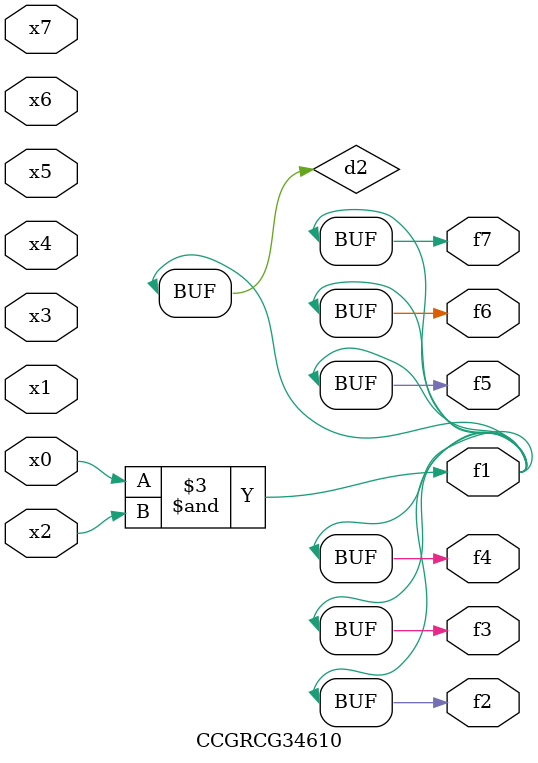
<source format=v>
module CCGRCG34610(
	input x0, x1, x2, x3, x4, x5, x6, x7,
	output f1, f2, f3, f4, f5, f6, f7
);

	wire d1, d2;

	nor (d1, x3, x6);
	and (d2, x0, x2);
	assign f1 = d2;
	assign f2 = d2;
	assign f3 = d2;
	assign f4 = d2;
	assign f5 = d2;
	assign f6 = d2;
	assign f7 = d2;
endmodule

</source>
